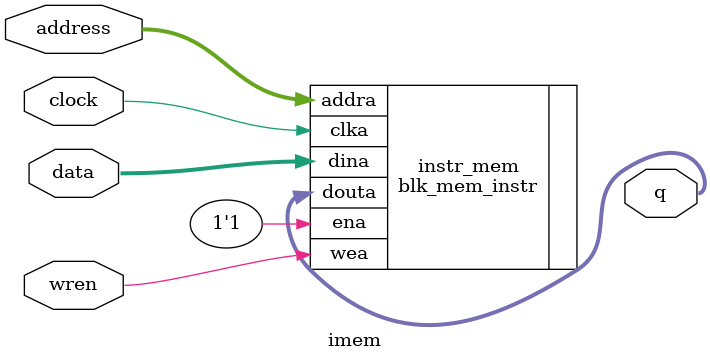
<source format=v>
/*
module testmem(
	address,
	clock,
	data,
	wren,
	q);

	input	[15:0]  address;
	input	  clock;
	input	[31:0]  data;
	input	  wren;
	output reg	[31:0]  q;
	
	reg [31:0] ram [65535:0];
	always@(posedge clock)
		q <= ram[address];
		
endmodule
*/

module imem(
    input clock,
    input [15:0]address,
    input [31:0]data,
    input wren,
    output [31:0] q
    );
    blk_mem_instr instr_mem(.addra(address),.clka(clock),.dina(data),
            .douta(q), .ena(1'b1), .wea(wren));
endmodule
</source>
